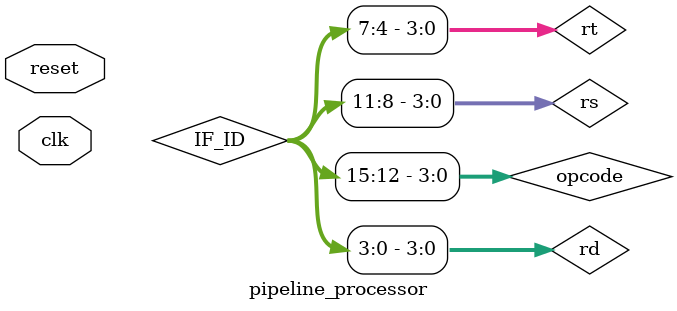
<source format=v>
module pipeline_processor(input clk, input reset);

  // Instruction format: opcode[15:12] rs[11:8] rt[7:4] rd[3:0]
  reg [15:0] instruction_memory[0:15];
  reg [7:0] registers[0:15];
  reg [7:0] data_memory[0:255];

  // Pipeline registers
  reg [15:0] IF_ID;
  reg [15:0] ID_EX;
  reg [15:0] EX_WB;
  reg [7:0] EX_result;
  reg [3:0] dest_reg;

  integer pc;

  wire [3:0] opcode, rs, rt, rd;
  assign opcode = IF_ID[15:12];
  assign rs     = IF_ID[11:8];
  assign rt     = IF_ID[7:4];
  assign rd     = IF_ID[3:0];

  always @(posedge clk or posedge reset) begin
    if (reset) begin
      pc <= 0;
      IF_ID <= 0;
      ID_EX <= 0;
      EX_WB <= 0;
      EX_result <= 0;
    end else begin
      // IF Stage
      IF_ID <= instruction_memory[pc];
      pc <= pc + 1;

      // ID Stage
      ID_EX <= IF_ID;

      // EX Stage
      case (ID_EX[15:12])
        4'b0001: EX_result <= registers[ID_EX[11:8]] + registers[ID_EX[7:4]]; // ADD
        4'b0010: EX_result <= registers[ID_EX[11:8]] - registers[ID_EX[7:4]]; // SUB
        4'b0011: EX_result <= data_memory[registers[ID_EX[11:8]]];            // LOAD
        default: EX_result <= 0;
      endcase
      dest_reg <= ID_EX[3:0];
      EX_WB <= ID_EX;

      // WB Stage
      if (EX_WB[15:12] != 4'b0000) begin
        registers[dest_reg] <= EX_result;
      end
    end
  end

endmodule

</source>
